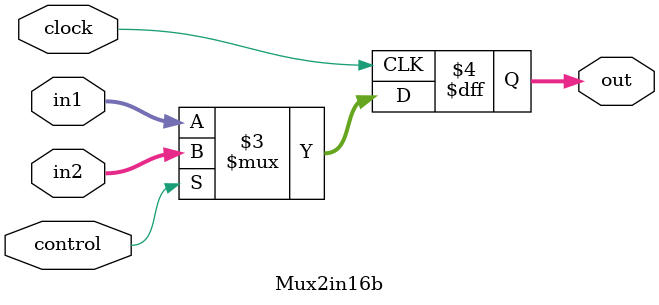
<source format=v>
`timescale 1ns / 1ps
module Mux2in16b(
    input [15:0] in1,
    input [15:0] in2,
    input control,
    input clock,
    output [15:0] out
    );
always @ (posedge clock)

begin
	out = (control == 0) ? in1 : in2;
end

endmodule

</source>
